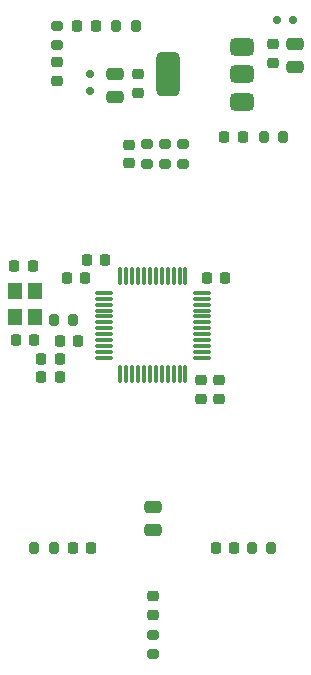
<source format=gbr>
%TF.GenerationSoftware,KiCad,Pcbnew,7.0.10-7.0.10~ubuntu22.04.1*%
%TF.CreationDate,2024-05-26T20:09:49+02:00*%
%TF.ProjectId,hardware,68617264-7761-4726-952e-6b696361645f,rev?*%
%TF.SameCoordinates,Original*%
%TF.FileFunction,Paste,Top*%
%TF.FilePolarity,Positive*%
%FSLAX46Y46*%
G04 Gerber Fmt 4.6, Leading zero omitted, Abs format (unit mm)*
G04 Created by KiCad (PCBNEW 7.0.10-7.0.10~ubuntu22.04.1) date 2024-05-26 20:09:49*
%MOMM*%
%LPD*%
G01*
G04 APERTURE LIST*
G04 Aperture macros list*
%AMRoundRect*
0 Rectangle with rounded corners*
0 $1 Rounding radius*
0 $2 $3 $4 $5 $6 $7 $8 $9 X,Y pos of 4 corners*
0 Add a 4 corners polygon primitive as box body*
4,1,4,$2,$3,$4,$5,$6,$7,$8,$9,$2,$3,0*
0 Add four circle primitives for the rounded corners*
1,1,$1+$1,$2,$3*
1,1,$1+$1,$4,$5*
1,1,$1+$1,$6,$7*
1,1,$1+$1,$8,$9*
0 Add four rect primitives between the rounded corners*
20,1,$1+$1,$2,$3,$4,$5,0*
20,1,$1+$1,$4,$5,$6,$7,0*
20,1,$1+$1,$6,$7,$8,$9,0*
20,1,$1+$1,$8,$9,$2,$3,0*%
G04 Aperture macros list end*
%ADD10RoundRect,0.225000X0.225000X0.250000X-0.225000X0.250000X-0.225000X-0.250000X0.225000X-0.250000X0*%
%ADD11RoundRect,0.200000X-0.200000X-0.275000X0.200000X-0.275000X0.200000X0.275000X-0.200000X0.275000X0*%
%ADD12RoundRect,0.250000X-0.475000X0.250000X-0.475000X-0.250000X0.475000X-0.250000X0.475000X0.250000X0*%
%ADD13RoundRect,0.225000X-0.225000X-0.250000X0.225000X-0.250000X0.225000X0.250000X-0.225000X0.250000X0*%
%ADD14RoundRect,0.225000X0.250000X-0.225000X0.250000X0.225000X-0.250000X0.225000X-0.250000X-0.225000X0*%
%ADD15RoundRect,0.375000X0.625000X0.375000X-0.625000X0.375000X-0.625000X-0.375000X0.625000X-0.375000X0*%
%ADD16RoundRect,0.500000X0.500000X1.400000X-0.500000X1.400000X-0.500000X-1.400000X0.500000X-1.400000X0*%
%ADD17RoundRect,0.218750X0.218750X0.256250X-0.218750X0.256250X-0.218750X-0.256250X0.218750X-0.256250X0*%
%ADD18RoundRect,0.150000X-0.200000X0.150000X-0.200000X-0.150000X0.200000X-0.150000X0.200000X0.150000X0*%
%ADD19RoundRect,0.218750X0.256250X-0.218750X0.256250X0.218750X-0.256250X0.218750X-0.256250X-0.218750X0*%
%ADD20RoundRect,0.225000X-0.250000X0.225000X-0.250000X-0.225000X0.250000X-0.225000X0.250000X0.225000X0*%
%ADD21RoundRect,0.200000X0.275000X-0.200000X0.275000X0.200000X-0.275000X0.200000X-0.275000X-0.200000X0*%
%ADD22RoundRect,0.218750X-0.218750X-0.256250X0.218750X-0.256250X0.218750X0.256250X-0.218750X0.256250X0*%
%ADD23RoundRect,0.200000X0.200000X0.275000X-0.200000X0.275000X-0.200000X-0.275000X0.200000X-0.275000X0*%
%ADD24RoundRect,0.075000X-0.075000X-0.662500X0.075000X-0.662500X0.075000X0.662500X-0.075000X0.662500X0*%
%ADD25RoundRect,0.075000X-0.662500X-0.075000X0.662500X-0.075000X0.662500X0.075000X-0.662500X0.075000X0*%
%ADD26R,1.200000X1.400000*%
%ADD27RoundRect,0.200000X-0.275000X0.200000X-0.275000X-0.200000X0.275000X-0.200000X0.275000X0.200000X0*%
%ADD28RoundRect,0.150000X0.150000X0.200000X-0.150000X0.200000X-0.150000X-0.200000X0.150000X-0.200000X0*%
G04 APERTURE END LIST*
D10*
%TO.C,C15*%
X135433000Y-103378000D03*
X133883000Y-103378000D03*
%TD*%
D11*
%TO.C,R4*%
X147866000Y-127762000D03*
X149516000Y-127762000D03*
%TD*%
D12*
%TO.C,C3*%
X151549000Y-85090000D03*
X151549000Y-86990000D03*
%TD*%
D10*
%TO.C,C12*%
X129426000Y-110109000D03*
X127876000Y-110109000D03*
%TD*%
D13*
%TO.C,C11*%
X127736000Y-103886000D03*
X129286000Y-103886000D03*
%TD*%
%TO.C,C17*%
X144056000Y-104902000D03*
X145606000Y-104902000D03*
%TD*%
D11*
%TO.C,R1*%
X129452000Y-127762000D03*
X131102000Y-127762000D03*
%TD*%
D14*
%TO.C,C7*%
X137414000Y-95136000D03*
X137414000Y-93586000D03*
%TD*%
D15*
%TO.C,U2*%
X147054000Y-89930000D03*
X147054000Y-87630000D03*
D16*
X140754000Y-87630000D03*
D15*
X147054000Y-85330000D03*
%TD*%
D10*
%TO.C,C8*%
X131585000Y-111760000D03*
X130035000Y-111760000D03*
%TD*%
D17*
%TO.C,D5*%
X134658000Y-83566000D03*
X133083000Y-83566000D03*
%TD*%
D18*
%TO.C,D4*%
X134150000Y-89030000D03*
X134150000Y-87630000D03*
%TD*%
D12*
%TO.C,C18*%
X139484000Y-124272000D03*
X139484000Y-126172000D03*
%TD*%
D19*
%TO.C,D2*%
X139484000Y-133375500D03*
X139484000Y-131800500D03*
%TD*%
D20*
%TO.C,C13*%
X145072000Y-113525000D03*
X145072000Y-115075000D03*
%TD*%
D21*
%TO.C,R5*%
X141986000Y-95186000D03*
X141986000Y-93536000D03*
%TD*%
D10*
%TO.C,C2*%
X146368000Y-127762000D03*
X144818000Y-127762000D03*
%TD*%
D22*
%TO.C,L1*%
X130010000Y-113284000D03*
X131585000Y-113284000D03*
%TD*%
D10*
%TO.C,C14*%
X133750000Y-104900000D03*
X132200000Y-104900000D03*
%TD*%
D21*
%TO.C,R6*%
X140462000Y-95186000D03*
X140462000Y-93536000D03*
%TD*%
D23*
%TO.C,R10*%
X132714000Y-108458000D03*
X131064000Y-108458000D03*
%TD*%
D11*
%TO.C,R2*%
X148856500Y-92964000D03*
X150506500Y-92964000D03*
%TD*%
D24*
%TO.C,U1*%
X136734000Y-104705000D03*
X137234000Y-104705000D03*
X137734000Y-104705000D03*
X138234000Y-104705000D03*
X138734000Y-104705000D03*
X139234000Y-104705000D03*
X139734000Y-104705000D03*
X140234000Y-104705000D03*
X140734000Y-104705000D03*
X141234000Y-104705000D03*
X141734000Y-104705000D03*
X142234000Y-104705000D03*
D25*
X143646500Y-106117500D03*
X143646500Y-106617500D03*
X143646500Y-107117500D03*
X143646500Y-107617500D03*
X143646500Y-108117500D03*
X143646500Y-108617500D03*
X143646500Y-109117500D03*
X143646500Y-109617500D03*
X143646500Y-110117500D03*
X143646500Y-110617500D03*
X143646500Y-111117500D03*
X143646500Y-111617500D03*
D24*
X142234000Y-113030000D03*
X141734000Y-113030000D03*
X141234000Y-113030000D03*
X140734000Y-113030000D03*
X140234000Y-113030000D03*
X139734000Y-113030000D03*
X139234000Y-113030000D03*
X138734000Y-113030000D03*
X138234000Y-113030000D03*
X137734000Y-113030000D03*
X137234000Y-113030000D03*
X136734000Y-113030000D03*
D25*
X135321500Y-111617500D03*
X135321500Y-111117500D03*
X135321500Y-110617500D03*
X135321500Y-110117500D03*
X135321500Y-109617500D03*
X135321500Y-109117500D03*
X135321500Y-108617500D03*
X135321500Y-108117500D03*
X135321500Y-107617500D03*
X135321500Y-107117500D03*
X135321500Y-106617500D03*
X135321500Y-106117500D03*
%TD*%
D23*
%TO.C,R8*%
X138023000Y-83566000D03*
X136373000Y-83566000D03*
%TD*%
D21*
%TO.C,R7*%
X138938000Y-95186000D03*
X138938000Y-93536000D03*
%TD*%
D12*
%TO.C,C5*%
X136309000Y-87630000D03*
X136309000Y-89530000D03*
%TD*%
D26*
%TO.C,Y1*%
X127762000Y-106004000D03*
X127762000Y-108204000D03*
X129462000Y-108204000D03*
X129462000Y-106004000D03*
%TD*%
D17*
%TO.C,D1*%
X147104000Y-92964000D03*
X145529000Y-92964000D03*
%TD*%
D27*
%TO.C,R3*%
X139484000Y-135065000D03*
X139484000Y-136715000D03*
%TD*%
D20*
%TO.C,C6*%
X138214000Y-87630000D03*
X138214000Y-89180000D03*
%TD*%
D10*
%TO.C,C9*%
X133160000Y-110236000D03*
X131610000Y-110236000D03*
%TD*%
D13*
%TO.C,C1*%
X132728000Y-127762000D03*
X134278000Y-127762000D03*
%TD*%
D20*
%TO.C,C16*%
X143548000Y-113525000D03*
X143548000Y-115075000D03*
%TD*%
%TO.C,C4*%
X149644000Y-85090000D03*
X149644000Y-86640000D03*
%TD*%
D21*
%TO.C,R9*%
X131356000Y-85153000D03*
X131356000Y-83503000D03*
%TD*%
D20*
%TO.C,C10*%
X131356000Y-86601000D03*
X131356000Y-88151000D03*
%TD*%
D28*
%TO.C,D3*%
X149960000Y-83058000D03*
X151360000Y-83058000D03*
%TD*%
M02*

</source>
